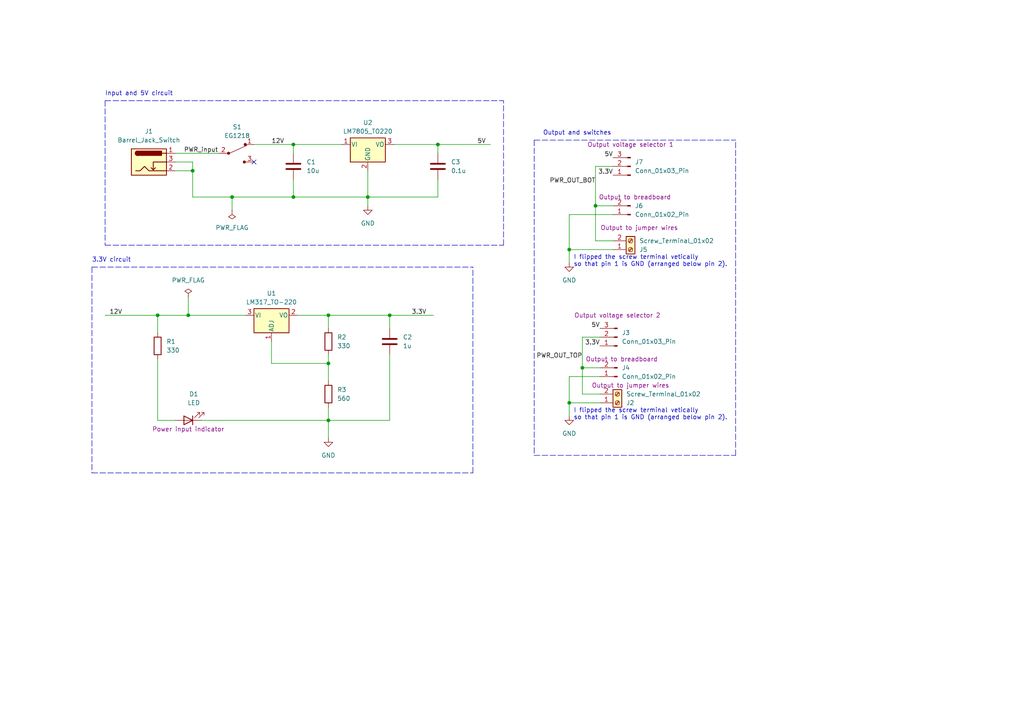
<source format=kicad_sch>
(kicad_sch (version 20230121) (generator eeschema)
  (paper "A4")
  (title_block (title "Learning KiCad with a simple project") (date "2024-06-10") (rev "2"))
  (lib_symbols
    (symbol "Connector:Barrel_Jack_Switch" (pin_names hide)
      (property "Reference" "J" (at 0 5.334 0))
      (property "Value" "Barrel_Jack_Switch" (at 0 -5.08 0))
      (symbol "Barrel_Jack_Switch_0_1"
        (rectangle (start -5.08 3.81) (end 5.08 -3.81) (stroke (width 0.254)) (fill (type background)))
        (arc (start -3.302 3.175) (mid -3.9343 2.54) (end -3.302 1.905) (stroke (width 0.254)))
        (arc (start -3.302 3.175) (mid -3.9343 2.54) (end -3.302 1.905) (stroke (width 0.254)) (fill (type outline)))
        (polyline (pts (xy 1.27 -2.286) (xy 1.905 -1.651)) (stroke (width 0.254)))
        (polyline (pts (xy 5.08 2.54) (xy 3.81 2.54)) (stroke (width 0.254)))
        (polyline (pts (xy 5.08 0) (xy 1.27 0) (xy 1.27 -2.286) (xy 0.635 -1.651)) (stroke (width 0.254)))
        (polyline (pts (xy -3.81 -2.54) (xy -2.54 -2.54) (xy -1.27 -1.27) (xy 0 -2.54) (xy 2.54 -2.54) (xy 5.08 -2.54)) (stroke (width 0.254)))
        (rectangle (start 3.683 3.175) (end -3.302 1.905) (stroke (width 0.254)) (fill (type outline)))
      )
      (symbol "Barrel_Jack_Switch_1_1"
        (pin passive line (at 7.62 2.54 180) (length 2.54) (name "~") (number "1"))
        (pin passive line (at 7.62 -2.54 180) (length 2.54) (name "~") (number "2"))
        (pin passive line (at 7.62 0 180) (length 2.54) (name "~") (number "3"))
      )
    )
    (symbol "Connector:Conn_01x02_Pin" (pin_names (offset 1.016) hide)
      (property "Reference" "J" (at 0 2.54 0))
      (property "Value" "Conn_01x02_Pin" (at 0 -5.08 0))
      (symbol "Conn_01x02_Pin_1_1"
        (polyline (pts (xy 1.27 -2.54) (xy 0.8636 -2.54)) (stroke (width 0.1524)))
        (polyline (pts (xy 1.27 0) (xy 0.8636 0)) (stroke (width 0.1524)))
        (rectangle (start 0.8636 -2.413) (end 0 -2.667) (stroke (width 0.1524)) (fill (type outline)))
        (rectangle (start 0.8636 0.127) (end 0 -0.127) (stroke (width 0.1524)) (fill (type outline)))
        (pin passive line (at 5.08 0 180) (length 3.81) (name "Pin_1") (number "1"))
        (pin passive line (at 5.08 -2.54 180) (length 3.81) (name "Pin_2") (number "2"))
      )
    )
    (symbol "Connector:Conn_01x03_Pin" (pin_names (offset 1.016) hide)
      (property "Reference" "J" (at 0 5.08 0))
      (property "Value" "Conn_01x03_Pin" (at 0 -5.08 0))
      (symbol "Conn_01x03_Pin_1_1"
        (polyline (pts (xy 1.27 -2.54) (xy 0.8636 -2.54)) (stroke (width 0.1524)))
        (polyline (pts (xy 1.27 0) (xy 0.8636 0)) (stroke (width 0.1524)))
        (polyline (pts (xy 1.27 2.54) (xy 0.8636 2.54)) (stroke (width 0.1524)))
        (rectangle (start 0.8636 -2.413) (end 0 -2.667) (stroke (width 0.1524)) (fill (type outline)))
        (rectangle (start 0.8636 0.127) (end 0 -0.127) (stroke (width 0.1524)) (fill (type outline)))
        (rectangle (start 0.8636 2.667) (end 0 2.413) (stroke (width 0.1524)) (fill (type outline)))
        (pin passive line (at 5.08 2.54 180) (length 3.81) (name "Pin_1") (number "1"))
        (pin passive line (at 5.08 0 180) (length 3.81) (name "Pin_2") (number "2"))
        (pin passive line (at 5.08 -2.54 180) (length 3.81) (name "Pin_3") (number "3"))
      )
    )
    (symbol "Connector:Screw_Terminal_01x02" (pin_names (offset 1.016) hide)
      (property "Reference" "J" (at 0 2.54 0))
      (property "Value" "Screw_Terminal_01x02" (at 0 -5.08 0))
      (symbol "Screw_Terminal_01x02_1_1"
        (rectangle (start -1.27 1.27) (end 1.27 -3.81) (stroke (width 0.254)) (fill (type background)))
        (circle (center 0 -2.54) (radius 0.635) (stroke (width 0.1524)))
        (polyline (pts (xy -0.5334 -2.2098) (xy 0.3302 -3.048)) (stroke (width 0.1524)))
        (polyline (pts (xy -0.5334 0.3302) (xy 0.3302 -0.508)) (stroke (width 0.1524)))
        (polyline (pts (xy -0.3556 -2.032) (xy 0.508 -2.8702)) (stroke (width 0.1524)))
        (polyline (pts (xy -0.3556 0.508) (xy 0.508 -0.3302)) (stroke (width 0.1524)))
        (circle (center 0 0) (radius 0.635) (stroke (width 0.1524)))
        (pin passive line (at -5.08 0 0) (length 3.81) (name "Pin_1") (number "1"))
        (pin passive line (at -5.08 -2.54 0) (length 3.81) (name "Pin_2") (number "2"))
      )
    )
    (symbol "Device:C" (pin_numbers hide) (pin_names (offset 0.254))
      (property "Reference" "C" (at 0.635 2.54 0))
      (property "Value" "C" (at 0.635 -2.54 0))
      (symbol "C_0_1"
        (polyline (pts (xy -2.032 -0.762) (xy 2.032 -0.762)) (stroke (width 0.508)))
        (polyline (pts (xy -2.032 0.762) (xy 2.032 0.762)) (stroke (width 0.508)))
      )
      (symbol "C_1_1"
        (pin passive line (at 0 3.81 270) (length 2.794) (name "~") (number "1"))
        (pin passive line (at 0 -3.81 90) (length 2.794) (name "~") (number "2"))
      )
    )
    (symbol "Device:LED" (pin_numbers hide) (pin_names (offset 1.016) hide)
      (property "Reference" "D" (at 0 2.54 0))
      (property "Value" "LED" (at 0 -2.54 0))
      (symbol "LED_0_1"
        (polyline (pts (xy -1.27 -1.27) (xy -1.27 1.27)) (stroke (width 0.254)))
        (polyline (pts (xy -1.27 0) (xy 1.27 0)))
        (polyline (pts (xy 1.27 -1.27) (xy 1.27 1.27) (xy -1.27 0) (xy 1.27 -1.27)) (stroke (width 0.254)))
        (polyline (pts (xy -3.048 -0.762) (xy -4.572 -2.286) (xy -3.81 -2.286) (xy -4.572 -2.286) (xy -4.572 -1.524)))
        (polyline (pts (xy -1.778 -0.762) (xy -3.302 -2.286) (xy -2.54 -2.286) (xy -3.302 -2.286) (xy -3.302 -1.524)))
      )
      (symbol "LED_1_1"
        (pin passive line (at -3.81 0 0) (length 2.54) (name "K") (number "1"))
        (pin passive line (at 3.81 0 180) (length 2.54) (name "A") (number "2"))
      )
    )
    (symbol "Device:R" (pin_numbers hide) (pin_names (offset 0))
      (property "Reference" "R" (at 2.032 0 90))
      (property "Value" "R" (at 0 0 90))
      (symbol "R_0_1"
        (rectangle (start -1.016 -2.54) (end 1.016 2.54) (stroke (width 0.254)))
      )
      (symbol "R_1_1"
        (pin passive line (at 0 3.81 270) (length 1.27) (name "~") (number "1"))
        (pin passive line (at 0 -3.81 90) (length 1.27) (name "~") (number "2"))
      )
    )
    (symbol "Regulator_Linear:LM317_TO-220" (pin_names (offset 0.254))
      (property "Reference" "U" (at -3.81 3.175 0))
      (property "Value" "LM317_TO-220" (at 0 3.175 0))
      (symbol "LM317_TO-220_0_1"
        (rectangle (start -5.08 1.905) (end 5.08 -5.08) (stroke (width 0.254)) (fill (type background)))
      )
      (symbol "LM317_TO-220_1_1"
        (pin input line (at 0 -7.62 90) (length 2.54) (name "ADJ") (number "1"))
        (pin power_out line (at 7.62 0 180) (length 2.54) (name "VO") (number "2"))
        (pin power_in line (at -7.62 0 0) (length 2.54) (name "VI") (number "3"))
      )
    )
    (symbol "Regulator_Linear:LM7805_TO220" (pin_names (offset 0.254))
      (property "Reference" "U" (at -3.81 3.175 0))
      (property "Value" "LM7805_TO220" (at 0 3.175 0))
      (symbol "LM7805_TO220_0_1"
        (rectangle (start -5.08 1.905) (end 5.08 -5.08) (stroke (width 0.254)) (fill (type background)))
      )
      (symbol "LM7805_TO220_1_1"
        (pin power_in line (at -7.62 0 0) (length 2.54) (name "VI") (number "1"))
        (pin power_in line (at 0 -7.62 90) (length 2.54) (name "GND") (number "2"))
        (pin power_out line (at 7.62 0 180) (length 2.54) (name "VO") (number "3"))
      )
    )
    (symbol "dk_Slide-Switches:EG1218" (pin_names (offset 0))
      (property "Reference" "S" (at -3.81 2.286 0))
      (property "Value" "EG1218" (at 0 -5.334 0))
      (symbol "EG1218_0_1"
        (circle (center -2.286 0) (radius 0.3556) (fill (type outline)))
        (polyline (pts (xy -2.032 0) (xy 3.048 2.286)))
        (circle (center 2.286 -2.54) (radius 0.3556) (fill (type outline)))
        (circle (center 2.54 2.54) (radius 0.3556) (fill (type outline)))
      )
      (symbol "EG1218_1_1"
        (pin passive line (at 5.08 2.54 180) (length 2.54) (name "~") (number "1"))
        (pin passive line (at -5.08 0 0) (length 2.54) (name "~") (number "2"))
        (pin passive line (at 5.08 -2.54 180) (length 2.54) (name "~") (number "3"))
      )
    )
    (symbol "power:GND" (power) (pin_names (offset 0))
      (property "Value" "GND" (at 0 -3.81 0))
      (symbol "GND_0_1"
        (polyline (pts (xy 0 0) (xy 0 -1.27) (xy 1.27 -1.27) (xy 0 -2.54) (xy -1.27 -1.27) (xy 0 -1.27)))
      )
      (symbol "GND_1_1"
        (pin power_in line (at 0 0 270) (length 0) hide (name "GND") (number "1"))
      )
    )
    (symbol "power:PWR_FLAG" (power) (pin_numbers hide) (pin_names (offset 0) hide)
      (property "Value" "PWR_FLAG" (at 0 3.81 0))
      (symbol "PWR_FLAG_0_0"
        (pin power_out line (at 0 0 90) (length 0) (name "pwr") (number "1"))
      )
      (symbol "PWR_FLAG_0_1"
        (polyline (pts (xy 0 0) (xy 0 1.27) (xy -1.016 1.905) (xy 0 2.54) (xy 1.016 1.905) (xy 0 1.27)))
      )
    )
  )
  (junction (at 172.72 59.69))
  (junction (at 54.61 91.44))
  (junction (at 67.31 57.15))
  (junction (at 106.68 57.15))
  (junction (at 165.1 72.39))
  (junction (at 85.09 57.15))
  (junction (at 45.72 91.44))
  (junction (at 95.25 105.41))
  (junction (at 95.25 91.44))
  (junction (at 168.91 106.68))
  (junction (at 127 41.91))
  (junction (at 85.09 41.91))
  (junction (at 165.1 116.84))
  (junction (at 95.25 121.92))
  (junction (at 113.03 91.44))
  (junction (at 55.88 49.53))
  (no_connect (at 73.66 46.99))
  (polyline (pts (xy 30.48 29.21) (xy 30.48 71.12)) (stroke (width 0) (type dash)))
  (wire (pts (xy 45.72 91.44) (xy 45.72 96.52)))
  (wire (pts (xy 50.8 49.53) (xy 55.88 49.53)))
  (wire (pts (xy 177.8 72.39) (xy 165.1 72.39)))
  (wire (pts (xy 50.8 44.45) (xy 63.5 44.45)))
  (wire (pts (xy 106.68 57.15) (xy 106.68 59.69)))
  (wire (pts (xy 95.25 121.92) (xy 95.25 127)))
  (wire (pts (xy 78.74 105.41) (xy 95.25 105.41)))
  (wire (pts (xy 165.1 72.39) (xy 165.1 76.2)))
  (wire (pts (xy 173.99 116.84) (xy 165.1 116.84)))
  (wire (pts (xy 165.1 109.22) (xy 165.1 116.84)))
  (wire (pts (xy 45.72 121.92) (xy 50.8 121.92)))
  (wire (pts (xy 86.36 91.44) (xy 95.25 91.44)))
  (wire (pts (xy 113.03 121.92) (xy 95.25 121.92)))
  (wire (pts (xy 113.03 102.87) (xy 113.03 121.92)))
  (wire (pts (xy 78.74 99.06) (xy 78.74 105.41)))
  (wire (pts (xy 172.72 59.69) (xy 172.72 69.85)))
  (wire (pts (xy 114.3 41.91) (xy 127 41.91)))
  (wire (pts (xy 127 52.07) (xy 127 57.15)))
  (polyline (pts (xy 26.67 77.47) (xy 26.67 137.16)) (stroke (width 0) (type dash)))
  (wire (pts (xy 173.99 114.3) (xy 168.91 114.3)))
  (wire (pts (xy 67.31 60.96) (xy 67.31 57.15)))
  (wire (pts (xy 58.42 121.92) (xy 95.25 121.92)))
  (wire (pts (xy 55.88 57.15) (xy 67.31 57.15)))
  (wire (pts (xy 168.91 114.3) (xy 168.91 106.68)))
  (wire (pts (xy 85.09 52.07) (xy 85.09 57.15)))
  (wire (pts (xy 85.09 41.91) (xy 99.06 41.91)))
  (polyline (pts (xy 154.94 40.64) (xy 154.94 132.08)) (stroke (width 0) (type dash)))
  (wire (pts (xy 127 41.91) (xy 142.24 41.91)))
  (wire (pts (xy 106.68 49.53) (xy 106.68 57.15)))
  (wire (pts (xy 45.72 104.14) (xy 45.72 121.92)))
  (polyline (pts (xy 30.48 71.12) (xy 146.05 71.12)) (stroke (width 0) (type dash)))
  (wire (pts (xy 54.61 91.44) (xy 45.72 91.44)))
  (wire (pts (xy 172.72 48.26) (xy 172.72 59.69)))
  (wire (pts (xy 85.09 57.15) (xy 106.68 57.15)))
  (wire (pts (xy 127 41.91) (xy 127 44.45)))
  (wire (pts (xy 168.91 97.79) (xy 168.91 106.68)))
  (wire (pts (xy 55.88 46.99) (xy 55.88 49.53)))
  (polyline (pts (xy 26.67 137.16) (xy 137.16 137.16)) (stroke (width 0) (type dash)))
  (wire (pts (xy 165.1 116.84) (xy 165.1 120.65)))
  (wire (pts (xy 177.8 59.69) (xy 172.72 59.69)))
  (wire (pts (xy 30.48 91.44) (xy 45.72 91.44)))
  (wire (pts (xy 173.99 97.79) (xy 168.91 97.79)))
  (wire (pts (xy 165.1 62.23) (xy 165.1 72.39)))
  (wire (pts (xy 168.91 106.68) (xy 173.99 106.68)))
  (wire (pts (xy 172.72 69.85) (xy 177.8 69.85)))
  (polyline (pts (xy 154.94 40.64) (xy 213.36 40.64)) (stroke (width 0) (type dash)))
  (wire (pts (xy 113.03 91.44) (xy 125.73 91.44)))
  (wire (pts (xy 95.25 121.92) (xy 95.25 118.11)))
  (wire (pts (xy 95.25 91.44) (xy 113.03 91.44)))
  (wire (pts (xy 95.25 102.87) (xy 95.25 105.41)))
  (polyline (pts (xy 30.48 29.21) (xy 146.05 29.21)) (stroke (width 0) (type dash)))
  (polyline (pts (xy 26.67 77.47) (xy 137.16 77.47)) (stroke (width 0) (type dash)))
  (polyline (pts (xy 154.94 132.08) (xy 213.36 132.08)) (stroke (width 0) (type dash)))
  (wire (pts (xy 173.99 109.22) (xy 165.1 109.22)))
  (wire (pts (xy 71.12 91.44) (xy 54.61 91.44)))
  (wire (pts (xy 113.03 91.44) (xy 113.03 95.25)))
  (polyline (pts (xy 213.36 132.08) (xy 213.36 40.64)) (stroke (width 0) (type dash)))
  (wire (pts (xy 73.66 41.91) (xy 85.09 41.91)))
  (polyline (pts (xy 137.16 137.16) (xy 137.16 77.47)) (stroke (width 0) (type dash)))
  (wire (pts (xy 177.8 48.26) (xy 172.72 48.26)))
  (wire (pts (xy 95.25 91.44) (xy 95.25 95.25)))
  (polyline (pts (xy 146.05 71.12) (xy 146.05 29.21)) (stroke (width 0) (type dash)))
  (wire (pts (xy 95.25 105.41) (xy 95.25 110.49)))
  (wire (pts (xy 85.09 41.91) (xy 85.09 44.45)))
  (wire (pts (xy 50.8 46.99) (xy 55.88 46.99)))
  (wire (pts (xy 127 57.15) (xy 106.68 57.15)))
  (wire (pts (xy 67.31 57.15) (xy 85.09 57.15)))
  (wire (pts (xy 54.61 86.36) (xy 54.61 91.44)))
  (wire (pts (xy 55.88 49.53) (xy 55.88 57.15)))
  (wire (pts (xy 177.8 62.23) (xy 165.1 62.23)))
  (text "I flipped the screw terminal vetically\nso that pin 1 is GND (arranged below pin 2)." (at 166.37 121.92 0) (effects (font (size 1.27 1.27)) (justify left bottom)))
  (text "I flipped the screw terminal vetically\nso that pin 1 is GND (arranged below pin 2)." (at 166.37 77.47 0) (effects (font (size 1.27 1.27)) (justify left bottom)))
  (text "Output and switches" (at 157.48 39.37 0) (effects (font (size 1.27 1.27)) (justify left bottom)))
  (text "3.3V circuit" (at 26.67 76.2 0) (effects (font (size 1.27 1.27)) (justify left bottom)))
  (text "Input and 5V circuit" (at 30.48 27.94 0) (effects (font (size 1.27 1.27)) (justify left bottom)))
  (label "3.3V" (at 173.99 100.33 180))
  (label "PWR_input" (at 53.34 44.45 0))
  (label "5V" (at 173.99 95.25 180))
  (label "5V" (at 177.8 45.72 180))
  (label "PWR_OUT_BOT" (at 172.72 53.34 180))
  (label "3.3V" (at 177.8 50.8 180))
  (label "12V" (at 78.74 41.91 0))
  (label "PWR_OUT_TOP" (at 168.91 104.14 180))
  (label "3.3V" (at 119.38 91.44 0))
  (label "5V" (at 138.43 41.91 0))
  (label "12V" (at 31.75 91.44 0))
  (symbol (lib_id "Connector:Conn_01x03_Pin") (at 182.88 48.26 180) (unit 1)
    (property "Reference" "J7" (at 184.15 46.99 0) (effects (justify right)))
    (property "Value" "Conn_01x03_Pin" (at 184.15 49.53 0) (effects (justify right)))
    (property "Footprint" "Connector_PinHeader_2.54mm:PinHeader_1x03_P2.54mm_Vertical" (effects hide))
    (property "Purpose" "Output voltage selector 1" (at 182.88 41.91 0))
  )
  (symbol (lib_id "Connector:Conn_01x02_Pin") (at 179.07 109.22 180) (unit 1)
    (property "Reference" "J4" (at 180.34 106.68 0) (effects (justify right)))
    (property "Value" "Conn_01x02_Pin" (at 180.34 109.22 0) (effects (justify right)))
    (property "Footprint" "Connector_PinHeader_2.54mm:PinHeader_1x02_P2.54mm_Vertical" (effects hide))
    (property "Purpose" "Output to breadboard" (at 180.34 104.14 0))
  )
  (symbol (lib_id "Regulator_Linear:LM317_TO-220") (at 78.74 91.44 0) (unit 1)
    (property "Reference" "U1" (at 78.74 85.09 0))
    (property "Value" "LM317_TO-220" (at 78.74 87.63 0))
    (property "Footprint" "Package_TO_SOT_THT:TO-220-3_Vertical" (effects hide))
    (property "Datasheet" "http://www.ti.com/lit/ds/symlink/lm317.pdf" (effects hide))
  )
  (symbol (lib_id "Connector:Conn_01x03_Pin") (at 179.07 97.79 180) (unit 1)
    (property "Reference" "J3" (at 180.34 96.52 0) (effects (justify right)))
    (property "Value" "Conn_01x03_Pin" (at 180.34 99.06 0) (effects (justify right)))
    (property "Footprint" "Connector_PinHeader_2.54mm:PinHeader_1x03_P2.54mm_Vertical" (effects hide))
    (property "Purpose" "Output voltage selector 2" (at 179.07 91.44 0))
  )
  (symbol (lib_id "Device:C") (at 113.03 99.06 0) (unit 1)
    (property "Reference" "C2" (at 116.84 97.79 0) (effects (justify left)))
    (property "Value" "1u" (at 116.84 100.33 0) (effects (justify left)))
    (property "Footprint" "Capacitor_THT:C_Disc_D3.0mm_W1.6mm_P2.50mm" (effects hide))
  )
  (symbol (lib_id "Connector:Conn_01x02_Pin") (at 182.88 62.23 180) (unit 1)
    (property "Reference" "J6" (at 184.15 59.69 0) (effects (justify right)))
    (property "Value" "Conn_01x02_Pin" (at 184.15 62.23 0) (effects (justify right)))
    (property "Footprint" "Connector_PinHeader_2.54mm:PinHeader_1x02_P2.54mm_Vertical" (effects hide))
    (property "Purpose" "Output to breadboard" (at 184.15 57.15 0))
  )
  (symbol (lib_id "Device:R") (at 95.25 114.3 180) (unit 1)
    (property "Reference" "R3" (at 97.79 113.03 0) (effects (justify right)))
    (property "Value" "560" (at 97.79 115.57 0) (effects (justify right)))
    (property "Footprint" "Resistor_THT:R_Axial_DIN0204_L3.6mm_D1.6mm_P7.62mm_Horizontal" (effects hide))
  )
  (symbol (lib_id "Regulator_Linear:LM7805_TO220") (at 106.68 41.91 0) (unit 1)
    (property "Reference" "U2" (at 106.68 35.56 0))
    (property "Value" "LM7805_TO220" (at 106.68 38.1 0))
    (property "Footprint" "Package_TO_SOT_THT:TO-220-3_Vertical" (effects hide))
    (property "Datasheet" "https://www.onsemi.cn/PowerSolutions/document/MC7800-D.PDF" (effects hide))
  )
  (symbol (lib_id "power:GND") (at 95.25 127 0) (unit 1)
    (property "Reference" "#PWR02" (effects hide))
    (property "Value" "GND" (at 95.25 132.08 0))
  )
  (symbol (lib_id "power:GND") (at 165.1 76.2 0) (unit 1)
    (property "Reference" "#PWR04" (effects hide))
    (property "Value" "GND" (at 165.1 81.28 0))
  )
  (symbol (lib_id "Connector:Barrel_Jack_Switch") (at 43.18 46.99 0) (unit 1)
    (property "Reference" "J1" (at 43.18 38.1 0))
    (property "Value" "Barrel_Jack_Switch" (at 43.18 40.64 0))
    (property "Footprint" "Connector_BarrelJack:BarrelJack_Horizontal" (effects hide))
  )
  (symbol (lib_id "power:PWR_FLAG") (at 67.31 60.96 180) (unit 1)
    (property "Reference" "#FLG01" (effects hide))
    (property "Value" "PWR_FLAG" (at 67.31 66.04 0))
  )
  (symbol (lib_id "power:GND") (at 165.1 120.65 0) (unit 1)
    (property "Reference" "#PWR03" (effects hide))
    (property "Value" "GND" (at 165.1 125.73 0))
  )
  (symbol (lib_id "Connector:Screw_Terminal_01x02") (at 182.88 72.39 0) (mirror x) (unit 1)
    (property "Reference" "J5" (at 185.42 72.39 0) (effects (justify left)))
    (property "Value" "Screw_Terminal_01x02" (at 185.42 69.85 0) (effects (justify left)))
    (property "Footprint" "TerminalBlock:TerminalBlock_bornier-2_P5.08mm" (effects hide))
    (property "Purpose" "Output to jumper wires" (at 185.42 66.04 0))
  )
  (symbol (lib_id "Device:C") (at 85.09 48.26 0) (unit 1)
    (property "Reference" "C1" (at 88.9 46.99 0) (effects (justify left)))
    (property "Value" "10u" (at 88.9 49.53 0) (effects (justify left)))
    (property "Footprint" "Capacitor_THT:C_Disc_D3.0mm_W1.6mm_P2.50mm" (effects hide))
  )
  (symbol (lib_id "power:PWR_FLAG") (at 54.61 86.36 0) (unit 1)
    (property "Reference" "#FLG02" (effects hide))
    (property "Value" "PWR_FLAG" (at 54.61 81.28 0))
  )
  (symbol (lib_id "Device:LED") (at 54.61 121.92 180) (unit 1)
    (property "Reference" "D1" (at 56.1975 114.3 0))
    (property "Value" "LED" (at 56.1975 116.84 0))
    (property "Footprint" "LED_THT:LED_D5.0mm" (effects hide))
    (property "Purpose" "Power input indicator" (at 54.61 124.46 0))
  )
  (symbol (lib_id "power:GND") (at 106.68 59.69 0) (unit 1)
    (property "Reference" "#PWR01" (effects hide))
    (property "Value" "GND" (at 106.68 64.77 0))
  )
  (symbol (lib_id "Device:R") (at 45.72 100.33 180) (unit 1)
    (property "Reference" "R1" (at 48.26 99.06 0) (effects (justify right)))
    (property "Value" "330" (at 48.26 101.6 0) (effects (justify right)))
    (property "Footprint" "Resistor_THT:R_Axial_DIN0204_L3.6mm_D1.6mm_P7.62mm_Horizontal" (effects hide))
  )
  (symbol (lib_id "Connector:Screw_Terminal_01x02") (at 179.07 116.84 0) (mirror x) (unit 1)
    (property "Reference" "J2" (at 181.61 116.84 0) (effects (justify left)))
    (property "Value" "Screw_Terminal_01x02" (at 181.61 114.3 0) (effects (justify left)))
    (property "Footprint" "TerminalBlock:TerminalBlock_bornier-2_P5.08mm" (effects hide))
    (property "Purpose" "Output to jumper wires" (at 182.88 111.76 0))
  )
  (symbol (lib_id "Device:R") (at 95.25 99.06 180) (unit 1)
    (property "Reference" "R2" (at 97.79 97.79 0) (effects (justify right)))
    (property "Value" "330" (at 97.79 100.33 0) (effects (justify right)))
    (property "Footprint" "Resistor_THT:R_Axial_DIN0204_L3.6mm_D1.6mm_P7.62mm_Horizontal" (effects hide))
  )
  (symbol (lib_id "Device:C") (at 127 48.26 0) (unit 1)
    (property "Reference" "C3" (at 130.81 46.99 0) (effects (justify left)))
    (property "Value" "0.1u" (at 130.81 49.53 0) (effects (justify left)))
    (property "Footprint" "Capacitor_THT:C_Disc_D3.0mm_W1.6mm_P2.50mm" (effects hide))
  )
  (symbol (lib_id "dk_Slide-Switches:EG1218") (at 68.58 44.45 0) (unit 1)
    (property "Reference" "S1" (at 68.7832 36.83 0))
    (property "Value" "EG1218" (at 68.7832 39.37 0))
    (property "Footprint" "digikey-footprints:Switch_Slide_11.6x4mm_EG1218" (effects hide))
    (property "Datasheet" "http://spec_sheets.e-switch.com/specs/P040040.pdf" (effects hide))
    (property "Digi-Key_PN" "EG1903-ND" (effects hide))
    (property "MPN" "EG1218" (effects hide))
    (property "Category" "Switches" (effects hide))
    (property "Family" "Slide Switches" (effects hide))
    (property "DK_Datasheet_Link" "http://spec_sheets.e-switch.com/specs/P040040.pdf" (effects hide))
    (property "DK_Detail_Page" "/product-detail/en/e-switch/EG1218/EG1903-ND/101726" (effects hide))
    (property "Description" "SWITCH SLIDE SPDT 200MA 30V" (effects hide))
    (property "Manufacturer" "E-Switch" (effects hide))
    (property "Status" "Active" (effects hide))
  )
)
</source>
